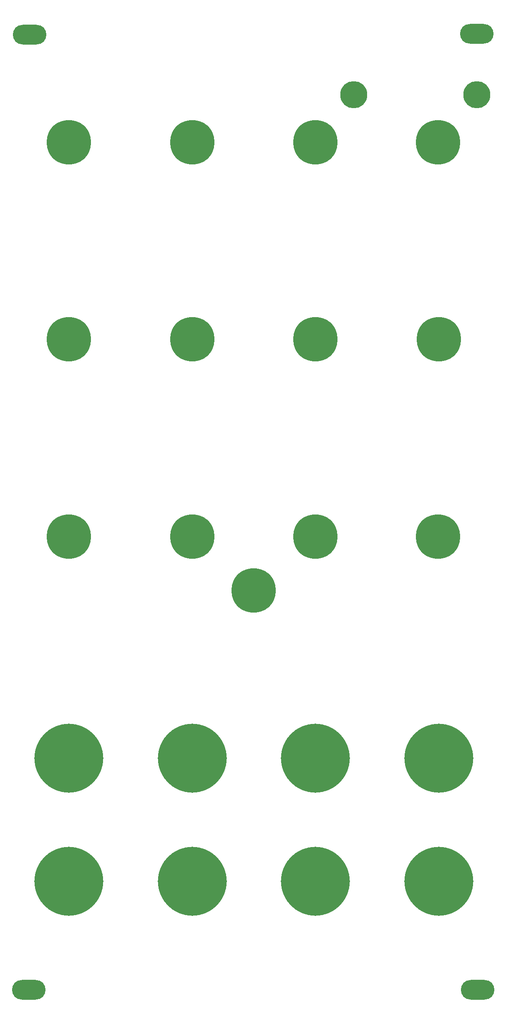
<source format=gbr>
%TF.GenerationSoftware,KiCad,Pcbnew,(5.1.9)-1*%
%TF.CreationDate,2021-09-12T18:44:50+01:00*%
%TF.ProjectId,Function Generator Front Panel,46756e63-7469-46f6-9e20-47656e657261,rev?*%
%TF.SameCoordinates,Original*%
%TF.FileFunction,Soldermask,Bot*%
%TF.FilePolarity,Negative*%
%FSLAX46Y46*%
G04 Gerber Fmt 4.6, Leading zero omitted, Abs format (unit mm)*
G04 Created by KiCad (PCBNEW (5.1.9)-1) date 2021-09-12 18:44:50*
%MOMM*%
%LPD*%
G01*
G04 APERTURE LIST*
%ADD10O,6.800000X4.000000*%
%ADD11C,14.000000*%
%ADD12C,9.000000*%
%ADD13C,5.500000*%
G04 APERTURE END LIST*
D10*
%TO.C,H1*%
X122304000Y-10541000D03*
%TD*%
%TO.C,H2*%
X31372000Y-204470000D03*
%TD*%
%TO.C,H3*%
X122431000Y-204470000D03*
%TD*%
%TO.C,H4*%
X31499000Y-10668000D03*
%TD*%
D11*
%TO.C,H5*%
X39497000Y-157480000D03*
%TD*%
%TO.C,H6*%
X64516000Y-182499000D03*
%TD*%
%TO.C,H7*%
X64516000Y-157480000D03*
%TD*%
%TO.C,H8*%
X39497000Y-182499000D03*
%TD*%
%TO.C,H9*%
X114554000Y-182499000D03*
%TD*%
%TO.C,H10*%
X114554000Y-157480000D03*
%TD*%
%TO.C,H11*%
X89535000Y-182499000D03*
%TD*%
%TO.C,H12*%
X89535000Y-157480000D03*
%TD*%
D12*
%TO.C,H13*%
X89535000Y-112522000D03*
%TD*%
%TO.C,H14*%
X64516000Y-72517000D03*
%TD*%
%TO.C,H15*%
X89535000Y-72517000D03*
%TD*%
%TO.C,H16*%
X39497000Y-32512000D03*
%TD*%
%TO.C,H17*%
X39497000Y-112522000D03*
%TD*%
%TO.C,H18*%
X114427000Y-112522000D03*
%TD*%
%TO.C,H19*%
X114427000Y-32512000D03*
%TD*%
%TO.C,H20*%
X64516000Y-32512000D03*
%TD*%
%TO.C,H21*%
X39497000Y-72517000D03*
%TD*%
%TO.C,H22*%
X114554000Y-72517000D03*
%TD*%
D13*
%TO.C,H23*%
X122301000Y-22860000D03*
%TD*%
%TO.C,H24*%
X97282000Y-22860000D03*
%TD*%
D12*
%TO.C,H25*%
X76962000Y-123444000D03*
%TD*%
%TO.C,H26*%
X89535000Y-32512000D03*
%TD*%
%TO.C,H27*%
X64516000Y-112522000D03*
%TD*%
M02*

</source>
